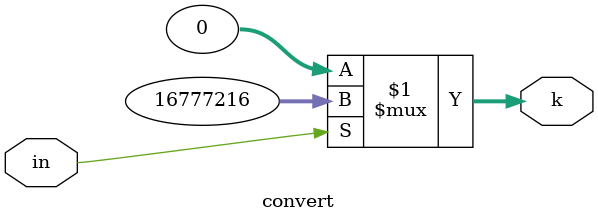
<source format=v>

module convert (in,k);
parameter DWIDTH=32;
parameter IWIDTH=64;

input [0:0] in;
output [DWIDTH-1:0] k;

assign k=in?32'b00000001000000000000000000000000:32'b00000000000000000000000000000000;

endmodule
</source>
